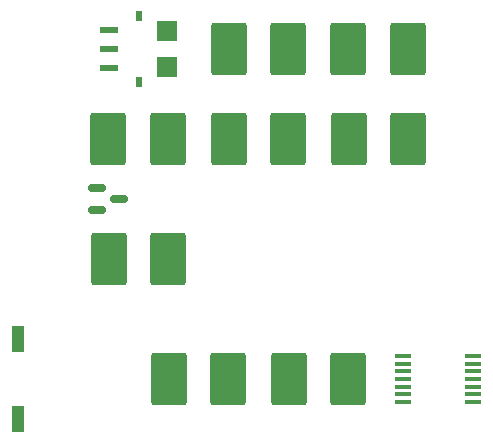
<source format=gbr>
%TF.GenerationSoftware,KiCad,Pcbnew,6.0.2+dfsg-1*%
%TF.CreationDate,2023-03-19T16:54:36+01:00*%
%TF.ProjectId,recruitment,72656372-7569-4746-9d65-6e742e6b6963,rev?*%
%TF.SameCoordinates,Original*%
%TF.FileFunction,Paste,Top*%
%TF.FilePolarity,Positive*%
%FSLAX46Y46*%
G04 Gerber Fmt 4.6, Leading zero omitted, Abs format (unit mm)*
G04 Created by KiCad (PCBNEW 6.0.2+dfsg-1) date 2023-03-19 16:54:36*
%MOMM*%
%LPD*%
G01*
G04 APERTURE LIST*
G04 Aperture macros list*
%AMRoundRect*
0 Rectangle with rounded corners*
0 $1 Rounding radius*
0 $2 $3 $4 $5 $6 $7 $8 $9 X,Y pos of 4 corners*
0 Add a 4 corners polygon primitive as box body*
4,1,4,$2,$3,$4,$5,$6,$7,$8,$9,$2,$3,0*
0 Add four circle primitives for the rounded corners*
1,1,$1+$1,$2,$3*
1,1,$1+$1,$4,$5*
1,1,$1+$1,$6,$7*
1,1,$1+$1,$8,$9*
0 Add four rect primitives between the rounded corners*
20,1,$1+$1,$2,$3,$4,$5,0*
20,1,$1+$1,$4,$5,$6,$7,0*
20,1,$1+$1,$6,$7,$8,$9,0*
20,1,$1+$1,$8,$9,$2,$3,0*%
G04 Aperture macros list end*
%ADD10RoundRect,0.250001X-1.262499X-1.974999X1.262499X-1.974999X1.262499X1.974999X-1.262499X1.974999X0*%
%ADD11RoundRect,0.150000X-0.587500X-0.150000X0.587500X-0.150000X0.587500X0.150000X-0.587500X0.150000X0*%
%ADD12R,1.600000X0.500000*%
%ADD13R,0.600000X0.900000*%
%ADD14R,1.700000X1.800000*%
%ADD15R,1.409700X0.355600*%
%ADD16R,1.120000X2.160000*%
G04 APERTURE END LIST*
D10*
%TO.C,Rload2*%
X144835000Y-88900000D03*
X149860000Y-88900000D03*
%TD*%
%TO.C,Rhall2*%
X134647500Y-88900000D03*
X139672500Y-88900000D03*
%TD*%
D11*
%TO.C,Q1*%
X123522500Y-93030000D03*
X123522500Y-94930000D03*
X125397500Y-93980000D03*
%TD*%
D10*
%TO.C,Rref2*%
X139727500Y-109220000D03*
X144752500Y-109220000D03*
%TD*%
D12*
%TO.C,HallSensor1*%
X124550000Y-79680000D03*
X124550000Y-81280000D03*
X124550000Y-82880000D03*
D13*
X127050000Y-84080000D03*
D14*
X129400000Y-82780000D03*
X129400000Y-79780000D03*
D13*
X127050000Y-78480000D03*
%TD*%
D10*
%TO.C,Rref1*%
X129567500Y-109220000D03*
X134592500Y-109220000D03*
%TD*%
%TO.C,Rhall1*%
X134647500Y-81280000D03*
X139672500Y-81280000D03*
%TD*%
D15*
%TO.C,flipflop1*%
X149447250Y-107269999D03*
X149447250Y-107920000D03*
X149447250Y-108570001D03*
X149447250Y-109220000D03*
X149447250Y-109869999D03*
X149447250Y-110520000D03*
X149447250Y-111169999D03*
X155352750Y-111170001D03*
X155352750Y-110520000D03*
X155352750Y-109870001D03*
X155352750Y-109220000D03*
X155352750Y-108570001D03*
X155352750Y-107920000D03*
X155352750Y-107270001D03*
%TD*%
D10*
%TO.C,Rload1*%
X144780000Y-81280000D03*
X149805000Y-81280000D03*
%TD*%
D16*
%TO.C,SW1*%
X116840000Y-112585000D03*
X116840000Y-105855000D03*
%TD*%
D10*
%TO.C,Rrelay2*%
X124460000Y-88900000D03*
X129485000Y-88900000D03*
%TD*%
%TO.C,Rrelay1*%
X124487500Y-99060000D03*
X129512500Y-99060000D03*
%TD*%
M02*

</source>
